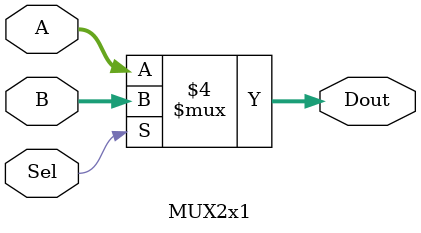
<source format=v>
`timescale 1ns / 1ps

module MUX2x1 #(
    parameter DATAWIDTH = 32
) (
    input wire [DATAWIDTH-1:0] A,
    input wire [DATAWIDTH-1:0] B,
    output reg [DATAWIDTH-1:0] Dout,
    input wire Sel
);
    initial begin
        Dout = 0;
    end
    always @(*) begin
        if (Sel) begin
            Dout = B;
        end else begin
            Dout = A;
        end
    end
    
endmodule
</source>
